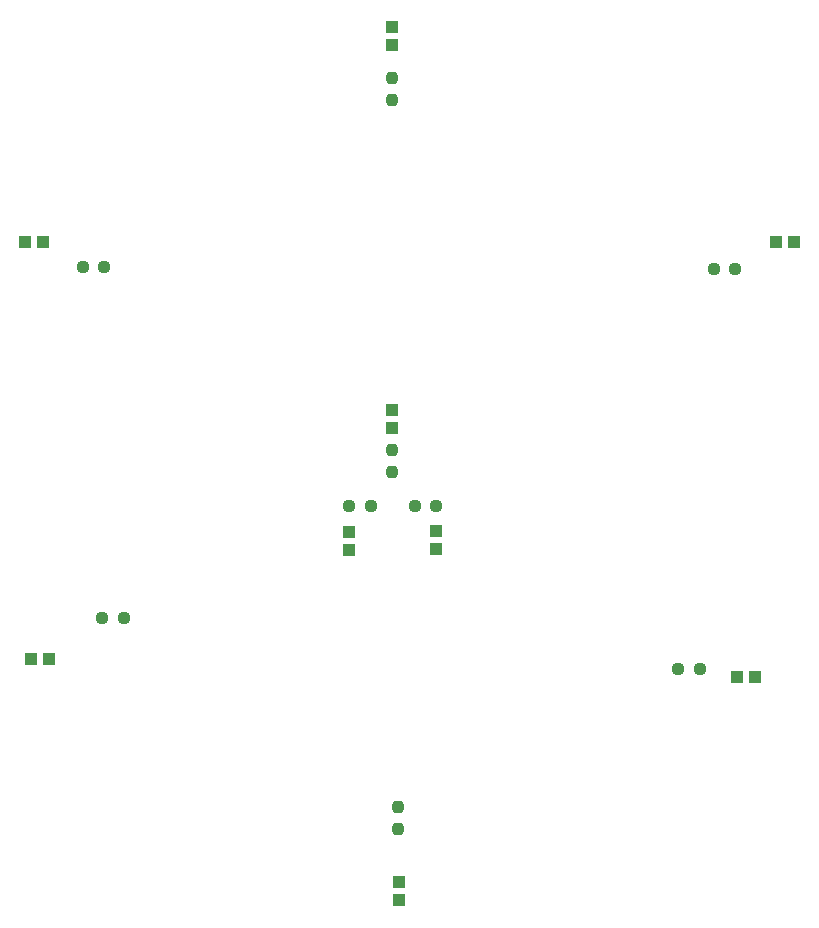
<source format=gtp>
%TF.GenerationSoftware,KiCad,Pcbnew,(6.0.7)*%
%TF.CreationDate,2022-10-09T20:43:52-07:00*%
%TF.ProjectId,IEEE_PCB_SMD,49454545-5f50-4434-925f-534d442e6b69,rev?*%
%TF.SameCoordinates,Original*%
%TF.FileFunction,Paste,Top*%
%TF.FilePolarity,Positive*%
%FSLAX46Y46*%
G04 Gerber Fmt 4.6, Leading zero omitted, Abs format (unit mm)*
G04 Created by KiCad (PCBNEW (6.0.7)) date 2022-10-09 20:43:52*
%MOMM*%
%LPD*%
G01*
G04 APERTURE LIST*
G04 Aperture macros list*
%AMRoundRect*
0 Rectangle with rounded corners*
0 $1 Rounding radius*
0 $2 $3 $4 $5 $6 $7 $8 $9 X,Y pos of 4 corners*
0 Add a 4 corners polygon primitive as box body*
4,1,4,$2,$3,$4,$5,$6,$7,$8,$9,$2,$3,0*
0 Add four circle primitives for the rounded corners*
1,1,$1+$1,$2,$3*
1,1,$1+$1,$4,$5*
1,1,$1+$1,$6,$7*
1,1,$1+$1,$8,$9*
0 Add four rect primitives between the rounded corners*
20,1,$1+$1,$2,$3,$4,$5,0*
20,1,$1+$1,$4,$5,$6,$7,0*
20,1,$1+$1,$6,$7,$8,$9,0*
20,1,$1+$1,$8,$9,$2,$3,0*%
G04 Aperture macros list end*
%ADD10R,1.000000X1.000000*%
%ADD11RoundRect,0.237500X-0.250000X-0.237500X0.250000X-0.237500X0.250000X0.237500X-0.250000X0.237500X0*%
%ADD12RoundRect,0.237500X0.250000X0.237500X-0.250000X0.237500X-0.250000X-0.237500X0.250000X-0.237500X0*%
%ADD13RoundRect,0.237500X-0.237500X0.250000X-0.237500X-0.250000X0.237500X-0.250000X0.237500X0.250000X0*%
%ADD14RoundRect,0.237500X0.237500X-0.250000X0.237500X0.250000X-0.237500X0.250000X-0.237500X-0.250000X0*%
G04 APERTURE END LIST*
D10*
%TO.C,D6*%
X150071000Y-129378000D03*
X150071000Y-127878000D03*
%TD*%
%TO.C,D3*%
X180256000Y-110519000D03*
X178756000Y-110519000D03*
%TD*%
D11*
%TO.C,R4*%
X173736849Y-109816833D03*
X175561849Y-109816833D03*
%TD*%
D10*
%TO.C,D2*%
X118942000Y-108976000D03*
X120442000Y-108976000D03*
%TD*%
D12*
%TO.C,R9*%
X147717349Y-96027833D03*
X145892349Y-96027833D03*
%TD*%
%TO.C,R3*%
X126778849Y-105519833D03*
X124953849Y-105519833D03*
%TD*%
D11*
%TO.C,R10*%
X151442349Y-96027833D03*
X153267349Y-96027833D03*
%TD*%
D10*
%TO.C,D7*%
X149537849Y-87900833D03*
X149537849Y-89400833D03*
%TD*%
D13*
%TO.C,R7*%
X150049849Y-121506333D03*
X150049849Y-123331333D03*
%TD*%
D10*
%TO.C,D5*%
X183505849Y-73675833D03*
X182005849Y-73675833D03*
%TD*%
D11*
%TO.C,R6*%
X176759849Y-75977833D03*
X178584849Y-75977833D03*
%TD*%
D12*
%TO.C,R5*%
X125135349Y-75750833D03*
X123310349Y-75750833D03*
%TD*%
D10*
%TO.C,D8*%
X145890849Y-99722833D03*
X145890849Y-98222833D03*
%TD*%
%TO.C,D1*%
X149491000Y-55494000D03*
X149491000Y-56994000D03*
%TD*%
D14*
%TO.C,R8*%
X149534849Y-93133833D03*
X149534849Y-91308833D03*
%TD*%
D10*
%TO.C,D9*%
X153265849Y-99637833D03*
X153265849Y-98137833D03*
%TD*%
%TO.C,D4*%
X118467000Y-73661000D03*
X119967000Y-73661000D03*
%TD*%
D14*
%TO.C,R2*%
X149484849Y-61621333D03*
X149484849Y-59796333D03*
%TD*%
M02*

</source>
